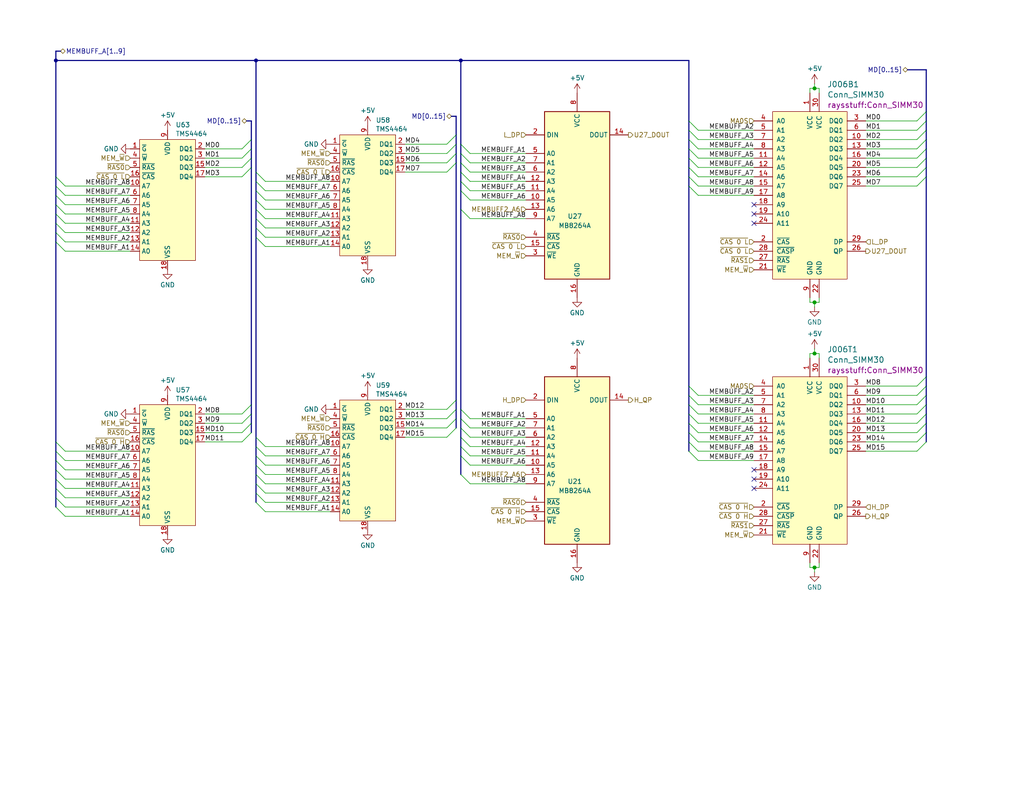
<source format=kicad_sch>
(kicad_sch (version 20230121) (generator eeschema)
  (paper "USLetter")
  (lib_symbols
    (symbol "MB8264A_1"
      (property "Reference" "U27" (at -0.635 -5.715 0))
      (property "Value" "MB8264A" (at -0.635 -8.255 0))
      (symbol "MB8264A_1_1_0"
        (pin input line (at -13.97 -1.27 0) (length 5.08) (name "A5") (number "10"))
        (pin input line (at -13.97 1.27 0) (length 5.08) (name "A4") (number "11"))
        (pin input line (at -13.97 3.81 0) (length 5.08) (name "A3") (number "12"))
        (pin input line (at -13.97 -3.81 0) (length 5.08) (name "A6") (number "13"))
        (pin input line (at 13.97 16.51 180) (length 5.08) (name "DOUT") (number "14"))
        (pin input line (at -13.97 -13.97 0) (length 5.08) (name "~{CAS}") (number "15"))
        (pin power_in line (at 0 -27.94 90) (length 5.08) (name "GND") (number "16"))
        (pin input line (at -13.97 16.51 0) (length 5.08) (name "DIN") (number "2"))
        (pin input line (at -13.97 -16.51 0) (length 5.08) (name "~{WE}") (number "3"))
        (pin input line (at -13.97 -11.43 0) (length 5.08) (name "~{RAS}") (number "4"))
        (pin input line (at -13.97 11.43 0) (length 5.08) (name "A0") (number "5"))
        (pin input line (at -13.97 6.35 0) (length 5.08) (name "A2") (number "6"))
        (pin input line (at -13.97 8.89 0) (length 5.08) (name "A1") (number "7"))
        (pin power_in line (at 0 27.94 270) (length 5.08) (name "VCC") (number "8"))
        (pin input line (at -13.97 -6.35 0) (length 5.08) (name "A7") (number "9"))
      )
      (symbol "MB8264A_1_1_1"
        (rectangle (start -8.89 22.86) (end 8.89 -22.86) (stroke (width 0.254)) (fill (type background)))
      )
    )
    (symbol "power:+5V" (power) (pin_names (offset 0))
      (property "Value" "+5V" (at 0 3.556 0))
      (symbol "+5V_0_1"
        (polyline (pts (xy -0.762 1.27) (xy 0 2.54)))
        (polyline (pts (xy 0 0) (xy 0 2.54)))
        (polyline (pts (xy 0 2.54) (xy 0.762 1.27)))
      )
      (symbol "+5V_1_1"
        (pin power_in line (at 0 0 90) (length 0) hide (name "+5V") (number "1"))
      )
    )
    (symbol "power:GND" (power) (pin_names (offset 0))
      (property "Value" "GND" (at 0 -3.81 0))
      (symbol "GND_0_1"
        (polyline (pts (xy 0 0) (xy 0 -1.27) (xy 1.27 -1.27) (xy 0 -2.54) (xy -1.27 -1.27) (xy 0 -1.27)))
      )
      (symbol "GND_1_1"
        (pin power_in line (at 0 0 270) (length 0) hide (name "GND") (number "1"))
      )
    )
    (symbol "raysstuff:Conn_SIMM30" (pin_names (offset 1.016))
      (property "Reference" "J003" (at 4.5594 29.9375 0))
      (property "Value" "Conn_SIMM30" (at 4.5594 26.9441 0))
      (property "Footprint" "raysstuff:Conn_SIMM30" (at 4.5594 23.9507 0))
      (symbol "Conn_SIMM30_0_1"
        (rectangle (start -10.16 22.86) (end 10.16 -22.86) (fill (type background)))
      )
      (symbol "Conn_SIMM30_1_1"
        (pin power_in line (at 0 27.94 270) (length 5.08) (name "VCC") (number "1"))
        (pin tri_state line (at 15.24 15.24 180) (length 5.08) (name "DQ2") (number "10"))
        (pin input line (at -15.24 10.16 0) (length 5.08) (name "A4") (number "11"))
        (pin input line (at -15.24 7.62 0) (length 5.08) (name "A5") (number "12"))
        (pin tri_state line (at 15.24 12.7 180) (length 5.08) (name "DQ3") (number "13"))
        (pin input line (at -15.24 5.08 0) (length 5.08) (name "A6") (number "14"))
        (pin input line (at -15.24 2.54 0) (length 5.08) (name "A7") (number "15"))
        (pin tri_state line (at 15.24 10.16 180) (length 5.08) (name "DQ4") (number "16"))
        (pin input line (at -15.24 0 0) (length 5.08) (name "A8") (number "17"))
        (pin input line (at -15.24 -2.54 0) (length 5.08) (name "A9") (number "18"))
        (pin input line (at -15.24 -5.08 0) (length 5.08) (name "A10") (number "19"))
        (pin input line (at -15.24 -12.7 0) (length 5.08) (name "~{CAS}") (number "2"))
        (pin tri_state line (at 15.24 7.62 180) (length 5.08) (name "DQ5") (number "20"))
        (pin input line (at -15.24 -20.32 0) (length 5.08) (name "~{WE}") (number "21"))
        (pin power_in line (at 2.54 -27.94 90) (length 5.08) (name "GND") (number "22"))
        (pin tri_state line (at 15.24 5.08 180) (length 5.08) (name "DQ6") (number "23"))
        (pin input line (at -15.24 -7.62 0) (length 5.08) (name "A11") (number "24"))
        (pin tri_state line (at 15.24 2.54 180) (length 5.08) (name "DQ7") (number "25"))
        (pin tri_state line (at 15.24 -15.24 180) (length 5.08) (name "QP") (number "26"))
        (pin input line (at -15.24 -17.78 0) (length 5.08) (name "~{RAS}") (number "27"))
        (pin input line (at -15.24 -15.24 0) (length 5.08) (name "~{CASP}") (number "28"))
        (pin input line (at 15.24 -12.7 180) (length 5.08) (name "DP") (number "29"))
        (pin tri_state line (at 15.24 20.32 180) (length 5.08) (name "DQ0") (number "3"))
        (pin power_in line (at 2.54 27.94 270) (length 5.08) (name "VCC") (number "30"))
        (pin input line (at -15.24 20.32 0) (length 5.08) (name "A0") (number "4"))
        (pin input line (at -15.24 17.78 0) (length 5.08) (name "A1") (number "5"))
        (pin tri_state line (at 15.24 17.78 180) (length 5.08) (name "DQ1") (number "6"))
        (pin input line (at -15.24 15.24 0) (length 5.08) (name "A2") (number "7"))
        (pin input line (at -15.24 12.7 0) (length 5.08) (name "A3") (number "8"))
        (pin power_in line (at 0 -27.94 90) (length 5.08) (name "GND") (number "9"))
      )
    )
    (symbol "raysstuff:MB8264A"
      (property "Reference" "U27" (at -0.635 -5.715 0))
      (property "Value" "MB8264A" (at -0.635 -8.255 0))
      (symbol "MB8264A_1_0"
        (pin input line (at -13.97 -1.27 0) (length 5.08) (name "A5") (number "10"))
        (pin input line (at -13.97 1.27 0) (length 5.08) (name "A4") (number "11"))
        (pin input line (at -13.97 3.81 0) (length 5.08) (name "A3") (number "12"))
        (pin input line (at -13.97 -3.81 0) (length 5.08) (name "A6") (number "13"))
        (pin input line (at 13.97 16.51 180) (length 5.08) (name "DOUT") (number "14"))
        (pin input line (at -13.97 -13.97 0) (length 5.08) (name "~{CAS}") (number "15"))
        (pin power_in line (at 0 -27.94 90) (length 5.08) (name "GND") (number "16"))
        (pin input line (at -13.97 16.51 0) (length 5.08) (name "DIN") (number "2"))
        (pin input line (at -13.97 -16.51 0) (length 5.08) (name "~{WE}") (number "3"))
        (pin input line (at -13.97 -11.43 0) (length 5.08) (name "~{RAS}") (number "4"))
        (pin input line (at -13.97 11.43 0) (length 5.08) (name "A0") (number "5"))
        (pin input line (at -13.97 6.35 0) (length 5.08) (name "A2") (number "6"))
        (pin input line (at -13.97 8.89 0) (length 5.08) (name "A1") (number "7"))
        (pin power_in line (at 0 27.94 270) (length 5.08) (name "VCC") (number "8"))
        (pin input line (at -13.97 -6.35 0) (length 5.08) (name "A7") (number "9"))
      )
      (symbol "MB8264A_1_1"
        (rectangle (start -8.89 22.86) (end 8.89 -22.86) (stroke (width 0.254)) (fill (type background)))
      )
    )
    (symbol "raysstuff:TMS4464"
      (property "Reference" "U24" (at 9.6394 5.08 0))
      (property "Value" "TMS4464" (at 9.6394 2.54 0))
      (symbol "TMS4464_0_1"
        (rectangle (start 0 0) (end 15.24 -33.02) (fill (type background)))
      )
      (symbol "TMS4464_1_1"
        (pin input line (at -2.54 -2.54 0) (length 2.54) (name "~{G}") (number "1"))
        (pin input line (at -2.54 -12.7 0) (length 2.54) (name "A7") (number "10"))
        (pin input line (at -2.54 -22.86 0) (length 2.54) (name "A3") (number "11"))
        (pin input line (at -2.54 -25.4 0) (length 2.54) (name "A2") (number "12"))
        (pin input line (at -2.54 -27.94 0) (length 2.54) (name "A1") (number "13"))
        (pin input line (at -2.54 -30.48 0) (length 2.54) (name "A0") (number "14"))
        (pin bidirectional line (at 17.78 -7.62 180) (length 2.54) (name "DQ3") (number "15"))
        (pin input line (at -2.54 -10.16 0) (length 2.54) (name "~{CAS}") (number "16"))
        (pin bidirectional line (at 17.78 -10.16 180) (length 2.54) (name "DQ4") (number "17"))
        (pin power_in line (at 7.62 -35.56 90) (length 2.54) (name "VSS") (number "18"))
        (pin bidirectional line (at 17.78 -2.54 180) (length 2.54) (name "DQ1") (number "2"))
        (pin bidirectional line (at 17.78 -5.08 180) (length 2.54) (name "DQ2") (number "3"))
        (pin input line (at -2.54 -5.08 0) (length 2.54) (name "~{W}") (number "4"))
        (pin input line (at -2.54 -7.62 0) (length 2.54) (name "~{RAS}") (number "5"))
        (pin input line (at -2.54 -15.24 0) (length 2.54) (name "A6") (number "6"))
        (pin input line (at -2.54 -17.78 0) (length 2.54) (name "A5") (number "7"))
        (pin input line (at -2.54 -20.32 0) (length 2.54) (name "A4") (number "8"))
        (pin power_in line (at 7.62 2.54 270) (length 2.54) (name "VDD") (number "9"))
      )
    )
  )
  (junction (at 222.25 82.55))
  (junction (at 222.25 24.13))
  (junction (at 222.25 96.52))
  (junction (at 15.24 16.51))
  (junction (at 222.25 154.94))
  (junction (at 69.85 16.51))
  (junction (at 125.73 16.51))
  (no_connect (at 205.74 133.35))
  (no_connect (at 205.74 128.27))
  (no_connect (at 205.74 58.42))
  (no_connect (at 205.74 60.96))
  (no_connect (at 205.74 55.88))
  (no_connect (at 205.74 130.81))
  (bus_entry (at 125.73 57.15) (size 2.54 2.54))
  (bus_entry (at 187.96 118.11) (size 2.54 2.54))
  (bus_entry (at 187.96 107.95) (size 2.54 2.54))
  (bus_entry (at 124.46 44.45) (size -2.54 2.54))
  (bus_entry (at 125.73 52.07) (size 2.54 2.54))
  (bus_entry (at 187.96 110.49) (size 2.54 2.54))
  (bus_entry (at 252.73 120.65) (size -2.54 2.54))
  (bus_entry (at 187.96 48.26) (size 2.54 2.54))
  (bus_entry (at 187.96 120.65) (size 2.54 2.54))
  (bus_entry (at 187.96 113.03) (size 2.54 2.54))
  (bus_entry (at 125.73 44.45) (size 2.54 2.54))
  (bus_entry (at 15.24 138.43) (size 2.54 2.54))
  (bus_entry (at 124.46 114.3) (size -2.54 2.54))
  (bus_entry (at 15.24 128.27) (size 2.54 2.54))
  (bus_entry (at 15.24 130.81) (size 2.54 2.54))
  (bus_entry (at 252.73 33.02) (size -2.54 2.54))
  (bus_entry (at 69.85 127) (size 2.54 2.54))
  (bus_entry (at 187.96 115.57) (size 2.54 2.54))
  (bus_entry (at 252.73 105.41) (size -2.54 2.54))
  (bus_entry (at 69.85 57.15) (size 2.54 2.54))
  (bus_entry (at 68.58 43.18) (size -2.54 2.54))
  (bus_entry (at 125.73 46.99) (size 2.54 2.54))
  (bus_entry (at 187.96 35.56) (size 2.54 2.54))
  (bus_entry (at 69.85 52.07) (size 2.54 2.54))
  (bus_entry (at 69.85 59.69) (size 2.54 2.54))
  (bus_entry (at 187.96 33.02) (size 2.54 2.54))
  (bus_entry (at 68.58 110.49) (size -2.54 2.54))
  (bus_entry (at 69.85 124.46) (size 2.54 2.54))
  (bus_entry (at 252.73 43.18) (size -2.54 2.54))
  (bus_entry (at 252.73 30.48) (size -2.54 2.54))
  (bus_entry (at 69.85 121.92) (size 2.54 2.54))
  (bus_entry (at 252.73 107.95) (size -2.54 2.54))
  (bus_entry (at 68.58 45.72) (size -2.54 2.54))
  (bus_entry (at 68.58 38.1) (size -2.54 2.54))
  (bus_entry (at 252.73 40.64) (size -2.54 2.54))
  (bus_entry (at 69.85 49.53) (size 2.54 2.54))
  (bus_entry (at 252.73 110.49) (size -2.54 2.54))
  (bus_entry (at 69.85 64.77) (size 2.54 2.54))
  (bus_entry (at 68.58 113.03) (size -2.54 2.54))
  (bus_entry (at 125.73 41.91) (size 2.54 2.54))
  (bus_entry (at 15.24 133.35) (size 2.54 2.54))
  (bus_entry (at 252.73 118.11) (size -2.54 2.54))
  (bus_entry (at 15.24 60.96) (size 2.54 2.54))
  (bus_entry (at 69.85 137.16) (size 2.54 2.54))
  (bus_entry (at 15.24 55.88) (size 2.54 2.54))
  (bus_entry (at 187.96 38.1) (size 2.54 2.54))
  (bus_entry (at 124.46 41.91) (size -2.54 2.54))
  (bus_entry (at 15.24 48.26) (size 2.54 2.54))
  (bus_entry (at 252.73 102.87) (size -2.54 2.54))
  (bus_entry (at 187.96 123.19) (size 2.54 2.54))
  (bus_entry (at 125.73 39.37) (size 2.54 2.54))
  (bus_entry (at 125.73 119.38) (size 2.54 2.54))
  (bus_entry (at 125.73 116.84) (size 2.54 2.54))
  (bus_entry (at 124.46 36.83) (size -2.54 2.54))
  (bus_entry (at 15.24 66.04) (size 2.54 2.54))
  (bus_entry (at 15.24 50.8) (size 2.54 2.54))
  (bus_entry (at 15.24 53.34) (size 2.54 2.54))
  (bus_entry (at 252.73 45.72) (size -2.54 2.54))
  (bus_entry (at 187.96 43.18) (size 2.54 2.54))
  (bus_entry (at 187.96 50.8) (size 2.54 2.54))
  (bus_entry (at 125.73 121.92) (size 2.54 2.54))
  (bus_entry (at 124.46 109.22) (size -2.54 2.54))
  (bus_entry (at 125.73 129.54) (size 2.54 2.54))
  (bus_entry (at 125.73 49.53) (size 2.54 2.54))
  (bus_entry (at 68.58 118.11) (size -2.54 2.54))
  (bus_entry (at 187.96 105.41) (size 2.54 2.54))
  (bus_entry (at 125.73 111.76) (size 2.54 2.54))
  (bus_entry (at 15.24 58.42) (size 2.54 2.54))
  (bus_entry (at 124.46 111.76) (size -2.54 2.54))
  (bus_entry (at 68.58 40.64) (size -2.54 2.54))
  (bus_entry (at 68.58 115.57) (size -2.54 2.54))
  (bus_entry (at 69.85 132.08) (size 2.54 2.54))
  (bus_entry (at 69.85 62.23) (size 2.54 2.54))
  (bus_entry (at 15.24 123.19) (size 2.54 2.54))
  (bus_entry (at 124.46 39.37) (size -2.54 2.54))
  (bus_entry (at 187.96 45.72) (size 2.54 2.54))
  (bus_entry (at 252.73 115.57) (size -2.54 2.54))
  (bus_entry (at 252.73 48.26) (size -2.54 2.54))
  (bus_entry (at 15.24 63.5) (size 2.54 2.54))
  (bus_entry (at 69.85 54.61) (size 2.54 2.54))
  (bus_entry (at 69.85 46.99) (size 2.54 2.54))
  (bus_entry (at 252.73 35.56) (size -2.54 2.54))
  (bus_entry (at 124.46 116.84) (size -2.54 2.54))
  (bus_entry (at 252.73 38.1) (size -2.54 2.54))
  (bus_entry (at 69.85 129.54) (size 2.54 2.54))
  (bus_entry (at 15.24 135.89) (size 2.54 2.54))
  (bus_entry (at 69.85 119.38) (size 2.54 2.54))
  (bus_entry (at 252.73 113.03) (size -2.54 2.54))
  (bus_entry (at 15.24 120.65) (size 2.54 2.54))
  (bus_entry (at 125.73 124.46) (size 2.54 2.54))
  (bus_entry (at 69.85 134.62) (size 2.54 2.54))
  (bus_entry (at 187.96 40.64) (size 2.54 2.54))
  (bus_entry (at 125.73 114.3) (size 2.54 2.54))
  (bus_entry (at 15.24 125.73) (size 2.54 2.54))
  (wire (pts (xy 17.78 128.27) (xy 35.56 128.27)))
  (bus (pts (xy 125.73 116.84) (xy 125.73 119.38)))
  (wire (pts (xy 220.98 82.55) (xy 222.25 82.55)))
  (bus (pts (xy 69.85 129.54) (xy 69.85 132.08)))
  (bus (pts (xy 187.96 38.1) (xy 187.96 40.64)))
  (wire (pts (xy 236.22 45.72) (xy 250.19 45.72)))
  (wire (pts (xy 55.88 118.11) (xy 66.04 118.11)))
  (bus (pts (xy 187.96 113.03) (xy 187.96 115.57)))
  (wire (pts (xy 72.39 127) (xy 90.17 127)))
  (wire (pts (xy 17.78 55.88) (xy 35.56 55.88)))
  (wire (pts (xy 128.27 49.53) (xy 143.51 49.53)))
  (bus (pts (xy 252.73 113.03) (xy 252.73 115.57)))
  (bus (pts (xy 68.58 115.57) (xy 68.58 118.11)))
  (bus (pts (xy 124.46 44.45) (xy 124.46 109.22)))
  (wire (pts (xy 222.25 154.94) (xy 222.25 156.21)))
  (wire (pts (xy 223.52 96.52) (xy 222.25 96.52)))
  (wire (pts (xy 128.27 116.84) (xy 143.51 116.84)))
  (wire (pts (xy 236.22 35.56) (xy 250.19 35.56)))
  (bus (pts (xy 124.46 41.91) (xy 124.46 44.45)))
  (bus (pts (xy 15.24 133.35) (xy 15.24 135.89)))
  (wire (pts (xy 236.22 43.18) (xy 250.19 43.18)))
  (bus (pts (xy 16.51 13.97) (xy 15.24 13.97)))
  (wire (pts (xy 72.39 137.16) (xy 90.17 137.16)))
  (wire (pts (xy 17.78 63.5) (xy 35.56 63.5)))
  (bus (pts (xy 125.73 39.37) (xy 125.73 16.51)))
  (bus (pts (xy 69.85 52.07) (xy 69.85 54.61)))
  (bus (pts (xy 252.73 19.05) (xy 252.73 30.48)))
  (bus (pts (xy 69.85 49.53) (xy 69.85 52.07)))
  (wire (pts (xy 110.49 111.76) (xy 121.92 111.76)))
  (bus (pts (xy 124.46 39.37) (xy 124.46 41.91)))
  (wire (pts (xy 128.27 41.91) (xy 143.51 41.91)))
  (bus (pts (xy 252.73 118.11) (xy 252.73 120.65)))
  (wire (pts (xy 72.39 52.07) (xy 90.17 52.07)))
  (bus (pts (xy 69.85 124.46) (xy 69.85 127)))
  (wire (pts (xy 55.88 40.64) (xy 66.04 40.64)))
  (bus (pts (xy 187.96 45.72) (xy 187.96 48.26)))
  (bus (pts (xy 69.85 57.15) (xy 69.85 59.69)))
  (wire (pts (xy 72.39 129.54) (xy 90.17 129.54)))
  (bus (pts (xy 125.73 121.92) (xy 125.73 124.46)))
  (bus (pts (xy 69.85 132.08) (xy 69.85 134.62)))
  (wire (pts (xy 220.98 25.4) (xy 220.98 24.13)))
  (wire (pts (xy 220.98 154.94) (xy 222.25 154.94)))
  (wire (pts (xy 72.39 62.23) (xy 90.17 62.23)))
  (bus (pts (xy 69.85 54.61) (xy 69.85 57.15)))
  (wire (pts (xy 190.5 35.56) (xy 205.74 35.56)))
  (wire (pts (xy 55.88 120.65) (xy 66.04 120.65)))
  (wire (pts (xy 110.49 119.38) (xy 121.92 119.38)))
  (bus (pts (xy 124.46 111.76) (xy 124.46 114.3)))
  (bus (pts (xy 125.73 44.45) (xy 125.73 46.99)))
  (wire (pts (xy 222.25 96.52) (xy 222.25 95.25)))
  (bus (pts (xy 252.73 40.64) (xy 252.73 43.18)))
  (bus (pts (xy 67.31 33.02) (xy 68.58 33.02)))
  (wire (pts (xy 236.22 33.02) (xy 250.19 33.02)))
  (bus (pts (xy 125.73 124.46) (xy 125.73 129.54)))
  (wire (pts (xy 220.98 154.94) (xy 220.98 153.67)))
  (bus (pts (xy 68.58 110.49) (xy 68.58 113.03)))
  (bus (pts (xy 68.58 40.64) (xy 68.58 43.18)))
  (wire (pts (xy 190.5 43.18) (xy 205.74 43.18)))
  (wire (pts (xy 236.22 40.64) (xy 250.19 40.64)))
  (wire (pts (xy 236.22 50.8) (xy 250.19 50.8)))
  (bus (pts (xy 15.24 53.34) (xy 15.24 55.88)))
  (bus (pts (xy 252.73 35.56) (xy 252.73 38.1)))
  (bus (pts (xy 15.24 66.04) (xy 15.24 120.65)))
  (wire (pts (xy 220.98 96.52) (xy 222.25 96.52)))
  (bus (pts (xy 15.24 50.8) (xy 15.24 53.34)))
  (bus (pts (xy 252.73 45.72) (xy 252.73 48.26)))
  (bus (pts (xy 69.85 62.23) (xy 69.85 64.77)))
  (bus (pts (xy 252.73 43.18) (xy 252.73 45.72)))
  (bus (pts (xy 187.96 120.65) (xy 187.96 123.19)))
  (bus (pts (xy 125.73 41.91) (xy 125.73 44.45)))
  (bus (pts (xy 69.85 119.38) (xy 69.85 121.92)))
  (wire (pts (xy 223.52 24.13) (xy 223.52 25.4)))
  (wire (pts (xy 55.88 43.18) (xy 66.04 43.18)))
  (wire (pts (xy 190.5 125.73) (xy 205.74 125.73)))
  (wire (pts (xy 72.39 67.31) (xy 90.17 67.31)))
  (bus (pts (xy 15.24 13.97) (xy 15.24 16.51)))
  (bus (pts (xy 68.58 33.02) (xy 68.58 38.1)))
  (bus (pts (xy 68.58 38.1) (xy 68.58 40.64)))
  (wire (pts (xy 190.5 115.57) (xy 205.74 115.57)))
  (wire (pts (xy 190.5 53.34) (xy 205.74 53.34)))
  (wire (pts (xy 17.78 58.42) (xy 35.56 58.42)))
  (bus (pts (xy 252.73 30.48) (xy 252.73 33.02)))
  (bus (pts (xy 68.58 113.03) (xy 68.58 115.57)))
  (wire (pts (xy 128.27 119.38) (xy 143.51 119.38)))
  (bus (pts (xy 252.73 107.95) (xy 252.73 110.49)))
  (bus (pts (xy 187.96 43.18) (xy 187.96 45.72)))
  (wire (pts (xy 55.88 115.57) (xy 66.04 115.57)))
  (bus (pts (xy 125.73 46.99) (xy 125.73 49.53)))
  (wire (pts (xy 220.98 97.79) (xy 220.98 96.52)))
  (wire (pts (xy 72.39 64.77) (xy 90.17 64.77)))
  (wire (pts (xy 72.39 134.62) (xy 90.17 134.62)))
  (bus (pts (xy 69.85 16.51) (xy 15.24 16.51)))
  (bus (pts (xy 69.85 59.69) (xy 69.85 62.23)))
  (wire (pts (xy 190.5 120.65) (xy 205.74 120.65)))
  (wire (pts (xy 17.78 133.35) (xy 35.56 133.35)))
  (wire (pts (xy 17.78 140.97) (xy 35.56 140.97)))
  (bus (pts (xy 252.73 38.1) (xy 252.73 40.64)))
  (bus (pts (xy 187.96 48.26) (xy 187.96 50.8)))
  (wire (pts (xy 72.39 49.53) (xy 90.17 49.53)))
  (wire (pts (xy 17.78 125.73) (xy 35.56 125.73)))
  (wire (pts (xy 236.22 107.95) (xy 250.19 107.95)))
  (wire (pts (xy 236.22 110.49) (xy 250.19 110.49)))
  (bus (pts (xy 68.58 43.18) (xy 68.58 45.72)))
  (bus (pts (xy 187.96 115.57) (xy 187.96 118.11)))
  (wire (pts (xy 190.5 45.72) (xy 205.74 45.72)))
  (wire (pts (xy 110.49 114.3) (xy 121.92 114.3)))
  (bus (pts (xy 69.85 127) (xy 69.85 129.54)))
  (wire (pts (xy 72.39 139.7) (xy 90.17 139.7)))
  (bus (pts (xy 252.73 105.41) (xy 252.73 107.95)))
  (wire (pts (xy 236.22 48.26) (xy 250.19 48.26)))
  (wire (pts (xy 128.27 59.69) (xy 143.51 59.69)))
  (wire (pts (xy 128.27 124.46) (xy 143.51 124.46)))
  (bus (pts (xy 15.24 125.73) (xy 15.24 128.27)))
  (wire (pts (xy 236.22 123.19) (xy 250.19 123.19)))
  (bus (pts (xy 125.73 49.53) (xy 125.73 52.07)))
  (wire (pts (xy 190.5 50.8) (xy 205.74 50.8)))
  (bus (pts (xy 125.73 111.76) (xy 125.73 114.3)))
  (wire (pts (xy 17.78 66.04) (xy 35.56 66.04)))
  (bus (pts (xy 187.96 107.95) (xy 187.96 110.49)))
  (wire (pts (xy 128.27 121.92) (xy 143.51 121.92)))
  (wire (pts (xy 236.22 115.57) (xy 250.19 115.57)))
  (bus (pts (xy 15.24 58.42) (xy 15.24 60.96)))
  (bus (pts (xy 187.96 33.02) (xy 187.96 35.56)))
  (wire (pts (xy 17.78 138.43) (xy 35.56 138.43)))
  (wire (pts (xy 222.25 82.55) (xy 222.25 83.82)))
  (bus (pts (xy 187.96 40.64) (xy 187.96 43.18)))
  (wire (pts (xy 236.22 118.11) (xy 250.19 118.11)))
  (wire (pts (xy 223.52 81.28) (xy 223.52 82.55)))
  (wire (pts (xy 236.22 38.1) (xy 250.19 38.1)))
  (bus (pts (xy 69.85 121.92) (xy 69.85 124.46)))
  (wire (pts (xy 128.27 114.3) (xy 143.51 114.3)))
  (bus (pts (xy 187.96 118.11) (xy 187.96 120.65)))
  (bus (pts (xy 69.85 64.77) (xy 69.85 119.38)))
  (bus (pts (xy 68.58 45.72) (xy 68.58 110.49)))
  (wire (pts (xy 17.78 68.58) (xy 35.56 68.58)))
  (bus (pts (xy 15.24 135.89) (xy 15.24 138.43)))
  (wire (pts (xy 190.5 113.03) (xy 205.74 113.03)))
  (bus (pts (xy 15.24 130.81) (xy 15.24 133.35)))
  (bus (pts (xy 252.73 115.57) (xy 252.73 118.11)))
  (wire (pts (xy 190.5 107.95) (xy 205.74 107.95)))
  (bus (pts (xy 125.73 16.51) (xy 69.85 16.51)))
  (wire (pts (xy 72.39 57.15) (xy 90.17 57.15)))
  (wire (pts (xy 190.5 118.11) (xy 205.74 118.11)))
  (bus (pts (xy 15.24 120.65) (xy 15.24 123.19)))
  (wire (pts (xy 128.27 54.61) (xy 143.51 54.61)))
  (wire (pts (xy 110.49 44.45) (xy 121.92 44.45)))
  (bus (pts (xy 15.24 60.96) (xy 15.24 63.5)))
  (wire (pts (xy 223.52 96.52) (xy 223.52 97.79)))
  (wire (pts (xy 223.52 82.55) (xy 222.25 82.55)))
  (bus (pts (xy 187.96 16.51) (xy 187.96 33.02)))
  (bus (pts (xy 15.24 55.88) (xy 15.24 58.42)))
  (bus (pts (xy 15.24 63.5) (xy 15.24 66.04)))
  (bus (pts (xy 125.73 52.07) (xy 125.73 57.15)))
  (wire (pts (xy 17.78 53.34) (xy 35.56 53.34)))
  (bus (pts (xy 252.73 48.26) (xy 252.73 102.87)))
  (bus (pts (xy 69.85 46.99) (xy 69.85 49.53)))
  (bus (pts (xy 69.85 16.51) (xy 69.85 46.99)))
  (bus (pts (xy 252.73 110.49) (xy 252.73 113.03)))
  (wire (pts (xy 236.22 113.03) (xy 250.19 113.03)))
  (bus (pts (xy 252.73 33.02) (xy 252.73 35.56)))
  (wire (pts (xy 236.22 120.65) (xy 250.19 120.65)))
  (bus (pts (xy 125.73 16.51) (xy 187.96 16.51)))
  (wire (pts (xy 17.78 135.89) (xy 35.56 135.89)))
  (wire (pts (xy 110.49 116.84) (xy 121.92 116.84)))
  (wire (pts (xy 128.27 44.45) (xy 143.51 44.45)))
  (wire (pts (xy 223.52 153.67) (xy 223.52 154.94)))
  (wire (pts (xy 72.39 59.69) (xy 90.17 59.69)))
  (bus (pts (xy 124.46 31.75) (xy 124.46 36.83)))
  (wire (pts (xy 128.27 132.08) (xy 143.51 132.08)))
  (wire (pts (xy 223.52 154.94) (xy 222.25 154.94)))
  (bus (pts (xy 124.46 36.83) (xy 124.46 39.37)))
  (bus (pts (xy 247.65 19.05) (xy 252.73 19.05)))
  (wire (pts (xy 72.39 54.61) (xy 90.17 54.61)))
  (bus (pts (xy 125.73 114.3) (xy 125.73 116.84)))
  (wire (pts (xy 223.52 24.13) (xy 222.25 24.13)))
  (bus (pts (xy 124.46 109.22) (xy 124.46 111.76)))
  (wire (pts (xy 110.49 46.99) (xy 121.92 46.99)))
  (bus (pts (xy 187.96 35.56) (xy 187.96 38.1)))
  (wire (pts (xy 190.5 110.49) (xy 205.74 110.49)))
  (wire (pts (xy 190.5 38.1) (xy 205.74 38.1)))
  (wire (pts (xy 128.27 52.07) (xy 143.51 52.07)))
  (bus (pts (xy 187.96 105.41) (xy 187.96 107.95)))
  (wire (pts (xy 190.5 48.26) (xy 205.74 48.26)))
  (bus (pts (xy 125.73 39.37) (xy 125.73 41.91)))
  (wire (pts (xy 17.78 130.81) (xy 35.56 130.81)))
  (bus (pts (xy 125.73 57.15) (xy 125.73 111.76)))
  (wire (pts (xy 72.39 132.08) (xy 90.17 132.08)))
  (wire (pts (xy 190.5 123.19) (xy 205.74 123.19)))
  (bus (pts (xy 252.73 102.87) (xy 252.73 105.41)))
  (wire (pts (xy 17.78 60.96) (xy 35.56 60.96)))
  (wire (pts (xy 220.98 82.55) (xy 220.98 81.28)))
  (bus (pts (xy 124.46 114.3) (xy 124.46 116.84)))
  (bus (pts (xy 187.96 110.49) (xy 187.96 113.03)))
  (bus (pts (xy 15.24 16.51) (xy 15.24 48.26)))
  (wire (pts (xy 17.78 123.19) (xy 35.56 123.19)))
  (wire (pts (xy 190.5 40.64) (xy 205.74 40.64)))
  (bus (pts (xy 15.24 48.26) (xy 15.24 50.8)))
  (wire (pts (xy 222.25 24.13) (xy 222.25 22.86)))
  (bus (pts (xy 15.24 123.19) (xy 15.24 125.73)))
  (bus (pts (xy 15.24 128.27) (xy 15.24 130.81)))
  (wire (pts (xy 110.49 41.91) (xy 121.92 41.91)))
  (wire (pts (xy 55.88 45.72) (xy 66.04 45.72)))
  (wire (pts (xy 236.22 105.41) (xy 250.19 105.41)))
  (wire (pts (xy 128.27 127) (xy 143.51 127)))
  (wire (pts (xy 220.98 24.13) (xy 222.25 24.13)))
  (bus (pts (xy 123.19 31.75) (xy 124.46 31.75)))
  (wire (pts (xy 72.39 121.92) (xy 90.17 121.92)))
  (wire (pts (xy 110.49 39.37) (xy 121.92 39.37)))
  (wire (pts (xy 55.88 48.26) (xy 66.04 48.26)))
  (bus (pts (xy 125.73 119.38) (xy 125.73 121.92)))
  (bus (pts (xy 69.85 134.62) (xy 69.85 137.16)))
  (bus (pts (xy 187.96 50.8) (xy 187.96 105.41)))
  (wire (pts (xy 17.78 50.8) (xy 35.56 50.8)))
  (wire (pts (xy 72.39 124.46) (xy 90.17 124.46)))
  (wire (pts (xy 55.88 113.03) (xy 66.04 113.03)))
  (wire (pts (xy 128.27 46.99) (xy 143.51 46.99)))
  (label "MEMBUFF_A7" (at 35.56 125.73 180))
  (label "MD5" (at 236.22 45.72 0))
  (label "MEMBUFF_A9" (at 205.74 125.73 180))
  (label "MEMBUFF_A8" (at 205.74 123.19 180))
  (label "MD0" (at 55.88 40.64 0))
  (label "MEMBUFF_A6" (at 205.74 45.72 180))
  (label "MD9" (at 55.88 115.57 0))
  (label "MD1" (at 236.22 35.56 0))
  (label "MEMBUFF_A3" (at 205.74 110.49 180))
  (label "MD15" (at 236.22 123.19 0))
  (label "MD1" (at 55.88 43.18 0))
  (label "MEMBUFF_A4" (at 205.74 40.64 180))
  (label "MD8" (at 236.22 105.41 0))
  (label "MEMBUFF_A6" (at 143.51 127 180))
  (label "MEMBUFF_A3" (at 143.51 119.38 180))
  (label "MEMBUFF_A5" (at 143.51 52.07 180))
  (label "MD0" (at 236.22 33.02 0))
  (label "MEMBUFF_A8" (at 35.56 123.19 180))
  (label "MEMBUFF_A8" (at 35.56 50.8 180))
  (label "MEMBUFF_A6" (at 205.74 118.11 180))
  (label "MEMBUFF_A7" (at 205.74 120.65 180))
  (label "MD15" (at 110.49 119.38 0))
  (label "MEMBUFF_A8" (at 205.74 50.8 180))
  (label "MEMBUFF_A3" (at 90.17 134.62 180))
  (label "MEMBUFF_A3" (at 143.51 46.99 180))
  (label "MEMBUFF_A8" (at 90.17 49.53 180))
  (label "MEMBUFF_A4" (at 90.17 132.08 180))
  (label "MEMBUFF_A4" (at 143.51 49.53 180))
  (label "MEMBUFF_A2" (at 143.51 116.84 180))
  (label "MEMBUFF_A6" (at 35.56 128.27 180))
  (label "MEMBUFF_A1" (at 90.17 139.7 180))
  (label "MD14" (at 236.22 120.65 0))
  (label "MD4" (at 236.22 43.18 0))
  (label "MEMBUFF_A7" (at 90.17 124.46 180))
  (label "MEMBUFF_A6" (at 143.51 54.61 180))
  (label "MEMBUFF_A8" (at 143.51 132.08 180))
  (label "MD6" (at 110.49 44.45 0))
  (label "MEMBUFF_A2" (at 35.56 66.04 180))
  (label "MEMBUFF_A1" (at 143.51 41.91 180))
  (label "MD3" (at 55.88 48.26 0))
  (label "MEMBUFF_A5" (at 90.17 57.15 180))
  (label "MEMBUFF_A2" (at 205.74 35.56 180))
  (label "MEMBUFF_A5" (at 35.56 58.42 180))
  (label "MEMBUFF_A2" (at 90.17 137.16 180))
  (label "MD4" (at 110.49 39.37 0))
  (label "MD14" (at 110.49 116.84 0))
  (label "MD7" (at 236.22 50.8 0))
  (label "MEMBUFF_A4" (at 35.56 60.96 180))
  (label "MD2" (at 236.22 38.1 0))
  (label "MD2" (at 55.88 45.72 0))
  (label "MEMBUFF_A4" (at 205.74 113.03 180))
  (label "MD13" (at 236.22 118.11 0))
  (label "MEMBUFF_A2" (at 35.56 138.43 180))
  (label "MEMBUFF_A2" (at 205.74 107.95 180))
  (label "MEMBUFF_A1" (at 35.56 68.58 180))
  (label "MEMBUFF_A4" (at 143.51 121.92 180))
  (label "MD3" (at 236.22 40.64 0))
  (label "MEMBUFF_A3" (at 90.17 62.23 180))
  (label "MD12" (at 110.49 111.76 0))
  (label "MEMBUFF_A8" (at 90.17 121.92 180))
  (label "MEMBUFF_A8" (at 143.51 59.69 180))
  (label "MD9" (at 236.22 107.95 0))
  (label "MEMBUFF_A1" (at 35.56 140.97 180))
  (label "MD11" (at 236.22 113.03 0))
  (label "MEMBUFF_A4" (at 35.56 133.35 180))
  (label "MD5" (at 110.49 41.91 0))
  (label "MEMBUFF_A6" (at 35.56 55.88 180))
  (label "MEMBUFF_A1" (at 143.51 114.3 180))
  (label "MEMBUFF_A3" (at 35.56 63.5 180))
  (label "MD8" (at 55.88 113.03 0))
  (label "MD11" (at 55.88 120.65 0))
  (label "MEMBUFF_A1" (at 90.17 67.31 180))
  (label "MEMBUFF_A2" (at 143.51 44.45 180))
  (label "MEMBUFF_A5" (at 205.74 115.57 180))
  (label "MD12" (at 236.22 115.57 0))
  (label "MEMBUFF_A5" (at 90.17 129.54 180))
  (label "MEMBUFF_A4" (at 90.17 59.69 180))
  (label "MEMBUFF_A6" (at 90.17 54.61 180))
  (label "MEMBUFF_A3" (at 205.74 38.1 180))
  (label "MEMBUFF_A2" (at 90.17 64.77 180))
  (label "MEMBUFF_A7" (at 35.56 53.34 180))
  (label "MD6" (at 236.22 48.26 0))
  (label "MEMBUFF_A9" (at 205.74 53.34 180))
  (label "MEMBUFF_A6" (at 90.17 127 180))
  (label "MD13" (at 110.49 114.3 0))
  (label "MEMBUFF_A7" (at 205.74 48.26 180))
  (label "MEMBUFF_A3" (at 35.56 135.89 180))
  (label "MEMBUFF_A5" (at 143.51 124.46 180))
  (label "MEMBUFF_A5" (at 205.74 43.18 180))
  (label "MEMBUFF_A7" (at 90.17 52.07 180))
  (label "MEMBUFF_A5" (at 35.56 130.81 180))
  (label "MD10" (at 236.22 110.49 0))
  (label "MD7" (at 110.49 46.99 0))
  (label "MD10" (at 55.88 118.11 0))
  (hierarchical_label "~{CAS 0 H}" (shape input) (at 90.17 119.38 180))
  (hierarchical_label "~{CAS 0 L}" (shape input) (at 205.74 66.04 180))
  (hierarchical_label "H_DP" (shape input) (at 143.51 109.22 180))
  (hierarchical_label "MEM_~{W}" (shape input) (at 205.74 73.66 180))
  (hierarchical_label "U27_DOUT" (shape output) (at 236.22 68.58 0))
  (hierarchical_label "~{CAS 0 L}" (shape input) (at 35.56 48.26 180))
  (hierarchical_label "MEMBUFF_A[1..9]" (shape bidirectional) (at 16.51 13.97 0))
  (hierarchical_label "MEMBUFF2_A6" (shape input) (at 143.51 129.54 180))
  (hierarchical_label "H_DP" (shape input) (at 236.22 138.43 0))
  (hierarchical_label "~{CAS 0 L}" (shape input) (at 205.74 68.58 180))
  (hierarchical_label "~{RAS0}" (shape input) (at 143.51 137.16 180))
  (hierarchical_label "~{RAS1}" (shape input) (at 205.74 71.12 180))
  (hierarchical_label "~{CAS 0 H}" (shape input) (at 35.56 120.65 180))
  (hierarchical_label "~{CAS 0 H}" (shape input) (at 205.74 140.97 180))
  (hierarchical_label "MEM_~{W}" (shape input) (at 143.51 69.85 180))
  (hierarchical_label "H_QP" (shape output) (at 171.45 109.22 0))
  (hierarchical_label "~{CAS 0 H}" (shape input) (at 143.51 139.7 180))
  (hierarchical_label "MA0S" (shape input) (at 205.74 105.41 180))
  (hierarchical_label "MD[0..15]" (shape bidirectional) (at 123.19 31.75 180))
  (hierarchical_label "MD[0..15]" (shape bidirectional) (at 67.31 33.02 180))
  (hierarchical_label "U27_DOUT" (shape output) (at 171.45 36.83 0))
  (hierarchical_label "~{RAS0}" (shape input) (at 90.17 116.84 180))
  (hierarchical_label "~{RAS1}" (shape input) (at 205.74 143.51 180))
  (hierarchical_label "MEM_~{W}" (shape input) (at 90.17 114.3 180))
  (hierarchical_label "~{CAS 0 H}" (shape input) (at 205.74 138.43 180))
  (hierarchical_label "L_DP" (shape input) (at 236.22 66.04 0))
  (hierarchical_label "MEM_~{W}" (shape input) (at 35.56 43.18 180))
  (hierarchical_label "MEM_~{W}" (shape input) (at 90.17 41.91 180))
  (hierarchical_label "MD[0..15]" (shape bidirectional) (at 247.65 19.05 180))
  (hierarchical_label "MEM_~{W}" (shape input) (at 143.51 142.24 180))
  (hierarchical_label "~{CAS 0 L}" (shape input) (at 90.17 46.99 180))
  (hierarchical_label "~{RAS0}" (shape input) (at 143.51 64.77 180))
  (hierarchical_label "~{CAS 0 L}" (shape input) (at 143.51 67.31 180))
  (hierarchical_label "H_QP" (shape output) (at 236.22 140.97 0))
  (hierarchical_label "MEMBUFF2_A6" (shape input) (at 143.51 57.15 180))
  (hierarchical_label "L_DP" (shape input) (at 143.51 36.83 180))
  (hierarchical_label "~{RAS0}" (shape input) (at 35.56 45.72 180))
  (hierarchical_label "~{RAS0}" (shape input) (at 90.17 44.45 180))
  (hierarchical_label "~{RAS0}" (shape input) (at 35.56 118.11 180))
  (hierarchical_label "MEM_~{W}" (shape input) (at 35.56 115.57 180))
  (hierarchical_label "MA0S" (shape input) (at 205.74 33.02 180))
  (hierarchical_label "MEM_~{W}" (shape input) (at 205.74 146.05 180))
  (symbol (lib_id "power:GND") (at 222.25 83.82 0) (unit 1)
    (property "Reference" "#PWR0125" (effects hide))
    (property "Value" "GND" (at 222.25 87.9531 0))
  )
  (symbol (lib_id "power:GND") (at 90.17 39.37 270) (unit 1)
    (property "Reference" "#PWR053" (effects hide))
    (property "Value" "GND" (at 86.9951 39.37 90) (effects (justify right)))
  )
  (symbol (lib_id "power:GND") (at 90.17 111.76 270) (unit 1)
    (property "Reference" "#PWR055" (effects hide))
    (property "Value" "GND" (at 86.9951 111.76 90) (effects (justify right)))
  )
  (symbol (lib_id "power:+5V") (at 157.48 97.79 0) (unit 1)
    (property "Reference" "#PWR0134" (effects hide))
    (property "Value" "+5V" (at 157.48 93.6569 0))
  )
  (symbol (lib_id "power:GND") (at 100.33 144.78 0) (unit 1)
    (property "Reference" "#PWR0120" (effects hide))
    (property "Value" "GND" (at 100.33 148.9131 0))
  )
  (symbol (lib_id "power:+5V") (at 157.48 25.4 0) (unit 1)
    (property "Reference" "#PWR0135" (effects hide))
    (property "Value" "+5V" (at 157.48 21.2669 0))
  )
  (symbol (lib_id "power:GND") (at 157.48 153.67 0) (unit 1)
    (property "Reference" "#PWR0122" (effects hide))
    (property "Value" "GND" (at 157.48 157.8031 0))
  )
  (symbol (lib_id "raysstuff:TMS4464") (at 92.71 109.22 0) (unit 1)
    (property "Reference" "U59" (at 102.5241 105.2027 0) (effects (justify left)))
    (property "Value" "TMS4464" (at 102.5241 107.6269 0) (effects (justify left)))
    (property "Footprint" "Quapple:DIP18" (effects hide))
    (property "Datasheet" "http://pdf.datasheetcatalog.com/datasheets2/81/817426_1.pdf" (effects hide))
  )
  (symbol (lib_id "power:+5V") (at 100.33 34.29 0) (unit 1)
    (property "Reference" "#PWR0139" (effects hide))
    (property "Value" "+5V" (at 100.33 30.1569 0))
  )
  (symbol (lib_name "MB8264A_1") (lib_id "raysstuff:MB8264A") (at 157.48 53.34 0) (unit 1)
    (property "Reference" "U27" (at 156.845 59.055 0))
    (property "Value" "MB8264A" (at 156.845 61.595 0))
    (property "Footprint" "Package_DIP:DIP-16_W7.62mm" (effects hide))
  )
  (symbol (lib_id "power:GND") (at 35.56 40.64 270) (unit 1)
    (property "Reference" "#PWR056" (effects hide))
    (property "Value" "GND" (at 32.3851 40.64 90) (effects (justify right)))
  )
  (symbol (lib_id "power:GND") (at 222.25 156.21 0) (unit 1)
    (property "Reference" "#PWR0125" (effects hide))
    (property "Value" "GND" (at 222.25 160.3431 0))
  )
  (symbol (lib_id "power:+5V") (at 100.33 106.68 0) (unit 1)
    (property "Reference" "#PWR0138" (effects hide))
    (property "Value" "+5V" (at 100.33 102.5469 0))
  )
  (symbol (lib_id "power:GND") (at 157.48 81.28 0) (unit 1)
    (property "Reference" "#PWR0127" (effects hide))
    (property "Value" "GND" (at 157.48 85.4131 0))
  )
  (symbol (lib_id "raysstuff:TMS4464") (at 38.1 38.1 0) (unit 1)
    (property "Reference" "U63" (at 47.9141 34.0827 0) (effects (justify left)))
    (property "Value" "TMS4464" (at 47.9141 36.5069 0) (effects (justify left)))
    (property "Footprint" "Quapple:DIP18" (effects hide))
    (property "Datasheet" "http://pdf.datasheetcatalog.com/datasheets2/81/817426_1.pdf" (effects hide))
  )
  (symbol (lib_id "raysstuff:Conn_SIMM30") (at 220.98 125.73 0) (unit 1)
    (property "Reference" "J006T1" (at 225.7141 95.407 0) (effects (font (size 1.524 1.524)) (justify left)))
    (property "Value" "Conn_SIMM30" (at 225.7141 98.2398 0) (effects (font (size 1.524 1.524)) (justify left)))
    (property "Footprint" "raysstuff:Conn_SIMM30" (at 225.7141 101.0726 0) (effects (font (size 1.524 1.524)) (justify left)))
  )
  (symbol (lib_id "power:+5V") (at 222.25 95.25 0) (unit 1)
    (property "Reference" "#PWR0130" (effects hide))
    (property "Value" "+5V" (at 222.25 91.1169 0))
  )
  (symbol (lib_id "power:GND") (at 35.56 113.03 270) (unit 1)
    (property "Reference" "#PWR054" (effects hide))
    (property "Value" "GND" (at 32.3851 113.03 90) (effects (justify right)))
  )
  (symbol (lib_id "power:+5V") (at 45.72 35.56 0) (unit 1)
    (property "Reference" "#PWR0136" (effects hide))
    (property "Value" "+5V" (at 45.72 31.4269 0))
  )
  (symbol (lib_id "raysstuff:MB8264A") (at 157.48 125.73 0) (unit 1)
    (property "Reference" "U21" (at 156.845 131.445 0))
    (property "Value" "MB8264A" (at 156.845 133.985 0))
    (property "Footprint" "Package_DIP:DIP-16_W7.62mm" (effects hide))
  )
  (symbol (lib_id "power:GND") (at 45.72 146.05 0) (unit 1)
    (property "Reference" "#PWR0121" (effects hide))
    (property "Value" "GND" (at 45.72 150.1831 0))
  )
  (symbol (lib_id "raysstuff:TMS4464") (at 92.71 36.83 0) (unit 1)
    (property "Reference" "U58" (at 102.5241 32.8127 0) (effects (justify left)))
    (property "Value" "TMS4464" (at 102.5241 35.2369 0) (effects (justify left)))
    (property "Footprint" "Quapple:DIP18" (effects hide))
    (property "Datasheet" "http://pdf.datasheetcatalog.com/datasheets2/81/817426_1.pdf" (effects hide))
  )
  (symbol (lib_id "raysstuff:TMS4464") (at 38.1 110.49 0) (unit 1)
    (property "Reference" "U57" (at 47.9141 106.4727 0) (effects (justify left)))
    (property "Value" "TMS4464" (at 47.9141 108.8969 0) (effects (justify left)))
    (property "Footprint" "Quapple:DIP18" (effects hide))
    (property "Datasheet" "http://pdf.datasheetcatalog.com/datasheets2/81/817426_1.pdf" (effects hide))
  )
  (symbol (lib_id "power:GND") (at 45.72 73.66 0) (unit 1)
    (property "Reference" "#PWR0116" (effects hide))
    (property "Value" "GND" (at 45.72 77.7931 0))
  )
  (symbol (lib_id "raysstuff:Conn_SIMM30") (at 220.98 53.34 0) (unit 1)
    (property "Reference" "J006B1" (at 225.7141 23.017 0) (effects (font (size 1.524 1.524)) (justify left)))
    (property "Value" "Conn_SIMM30" (at 225.7141 25.8498 0) (effects (font (size 1.524 1.524)) (justify left)))
    (property "Footprint" "raysstuff:Conn_SIMM30" (at 225.7141 28.6826 0) (effects (font (size 1.524 1.524)) (justify left)))
  )
  (symbol (lib_id "power:+5V") (at 222.25 22.86 0) (unit 1)
    (property "Reference" "#PWR0130" (effects hide))
    (property "Value" "+5V" (at 222.25 18.7269 0))
  )
  (symbol (lib_id "power:+5V") (at 45.72 107.95 0) (unit 1)
    (property "Reference" "#PWR0137" (effects hide))
    (property "Value" "+5V" (at 45.72 103.8169 0))
  )
  (symbol (lib_id "power:GND") (at 100.33 72.39 0) (unit 1)
    (property "Reference" "#PWR0117" (effects hide))
    (property "Value" "GND" (at 100.33 76.5231 0))
  )
)
</source>
